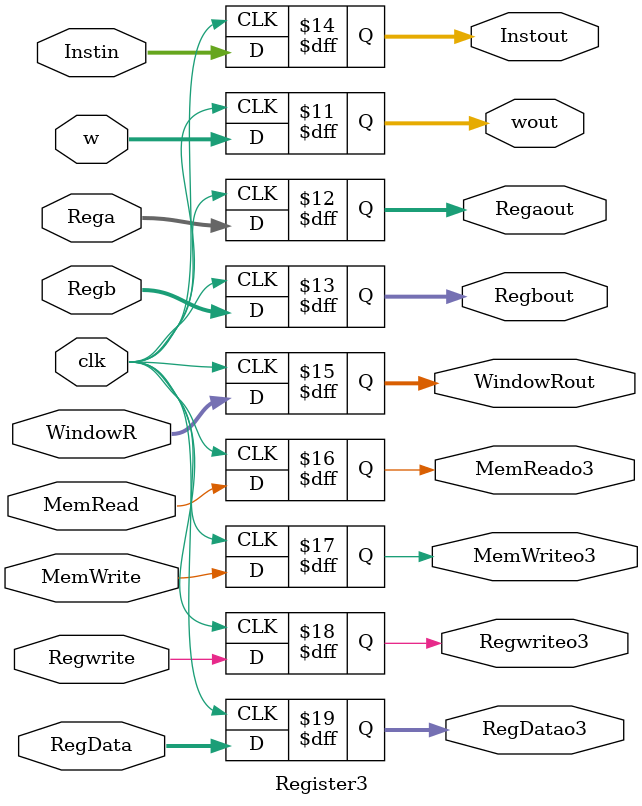
<source format=v>
module Register3(Instin,
                 clk,
                 Rega,
                 Regb,
                 w,
                 Regaout,
                 Regbout,
                 wout,
                 Instout,
                 MemRead,
                 MemWrite,
                 Regwrite,
                 MemReado3,
                 MemWriteo3,
                 Regwriteo3,
                 RegData,
                 RegDatao3,
                 WindowR,
                 WindowRout);
    
    
    input [15:0] Instin;
    input clk;
    input [15:0] Rega;
    input [15:0] Regb;
    input [15:0] w;
    input[1:0] WindowR;
    
    output reg[15:0] wout      = 0;
    output reg[15:0] Regaout   = 0;
    output reg[15:0] Regbout   = 0;
    output reg [15:0] Instout  = 16'h8040;
    output reg[1:0] WindowRout = 0;
    
    //Control
    input MemRead,MemWrite,Regwrite;
    input[1:0] RegData;
    output reg MemReado3       = 0,MemWriteo3       = 0,Regwriteo3       = 0;
    output reg [1:0] RegDatao3 = 0;
    
    
    always@(posedge clk)
    begin
        Instout    = Instin;
        Regaout    = Rega;
        Regbout    = Regb;
        wout       = w;
        WindowRout = WindowR;
        //Control
        MemReado3  = MemRead;
        MemWriteo3 = MemWrite;
        Regwriteo3 = Regwrite;
        RegDatao3  = RegData;
    end
    
endmodule

</source>
